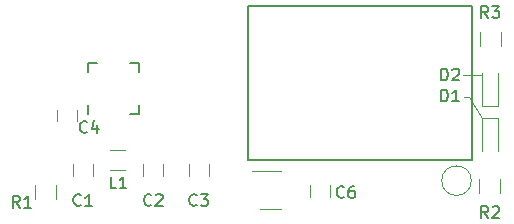
<source format=gbr>
G04 #@! TF.GenerationSoftware,KiCad,Pcbnew,(6.0.0-rc1-dev-438-g6845ac2cc-dirty)*
G04 #@! TF.CreationDate,2018-08-30T21:51:25+02:00*
G04 #@! TF.ProjectId,RapTorS,526170546F72532E6B696361645F7063,rev?*
G04 #@! TF.SameCoordinates,Original*
G04 #@! TF.FileFunction,Legend,Top*
G04 #@! TF.FilePolarity,Positive*
%FSLAX46Y46*%
G04 Gerber Fmt 4.6, Leading zero omitted, Abs format (unit mm)*
G04 Created by KiCad (PCBNEW (6.0.0-rc1-dev-438-g6845ac2cc-dirty)) date 2018 August 30, Thursday 21:51:26*
%MOMM*%
%LPD*%
G01*
G04 APERTURE LIST*
%ADD10C,0.120000*%
%ADD11C,0.150000*%
G04 APERTURE END LIST*
D10*
X180619400Y-97688400D02*
X181787800Y-97688400D01*
X180263800Y-97688400D02*
X180619400Y-97688400D01*
X180695600Y-99491800D02*
X181813200Y-101320600D01*
X180289200Y-99491800D02*
X180695600Y-99491800D01*
G04 #@! TO.C,C3*
X158685600Y-106200000D02*
X158685600Y-105200000D01*
X156985600Y-105200000D02*
X156985600Y-106200000D01*
G04 #@! TO.C,C6*
X168972600Y-108008800D02*
X168972600Y-107008800D01*
X167272600Y-107008800D02*
X167272600Y-108008800D01*
G04 #@! TO.C,C4*
X147535000Y-101582600D02*
X147535000Y-100582600D01*
X145835000Y-100582600D02*
X145835000Y-101582600D01*
G04 #@! TO.C,C2*
X154799400Y-106200000D02*
X154799400Y-105200000D01*
X153099400Y-105200000D02*
X153099400Y-106200000D01*
G04 #@! TO.C,C1*
X148881200Y-106200000D02*
X148881200Y-105200000D01*
X147181200Y-105200000D02*
X147181200Y-106200000D01*
G04 #@! TO.C,ANT1*
X180930600Y-106603800D02*
G75*
G03X180930600Y-106603800I-1251000J0D01*
G01*
D11*
G04 #@! TO.C,U3*
X162026600Y-91821000D02*
X162026600Y-104821000D01*
X162026600Y-104821000D02*
X181026600Y-104821000D01*
X181026600Y-91821000D02*
X181026600Y-104821000D01*
X162026600Y-91821000D02*
X181026600Y-91821000D01*
G04 #@! TO.C,U1*
X148487600Y-96637200D02*
X149262600Y-96637200D01*
X152787600Y-100937200D02*
X152012600Y-100937200D01*
X152787600Y-96637200D02*
X152012600Y-96637200D01*
X148487600Y-100937200D02*
X148487600Y-100162200D01*
X152787600Y-100937200D02*
X152787600Y-100162200D01*
X152787600Y-96637200D02*
X152787600Y-97412200D01*
X148487600Y-96637200D02*
X148487600Y-97412200D01*
D10*
G04 #@! TO.C,L1*
X151567400Y-105731200D02*
X150367400Y-105731200D01*
X150367400Y-103971200D02*
X151567400Y-103971200D01*
G04 #@! TO.C,D2*
X181799000Y-100326600D02*
X183199000Y-100326600D01*
X183199000Y-100326600D02*
X183199000Y-97526600D01*
X181799000Y-100326600D02*
X181799000Y-97526600D01*
G04 #@! TO.C,D1*
X183199000Y-101290800D02*
X181799000Y-101290800D01*
X181799000Y-101290800D02*
X181799000Y-104090800D01*
X183199000Y-101290800D02*
X183199000Y-104090800D01*
G04 #@! TO.C,R3*
X181669800Y-95215000D02*
X181669800Y-94015000D01*
X183429800Y-94015000D02*
X183429800Y-95215000D01*
G04 #@! TO.C,R2*
X183379000Y-106476200D02*
X183379000Y-107676200D01*
X181619000Y-107676200D02*
X181619000Y-106476200D01*
G04 #@! TO.C,R1*
X144027000Y-108143600D02*
X144027000Y-106943600D01*
X145787000Y-106943600D02*
X145787000Y-108143600D01*
G04 #@! TO.C,U2*
X163014000Y-109041800D02*
X164814000Y-109041800D01*
X164814000Y-105821800D02*
X162364000Y-105821800D01*
G04 #@! TO.C,C3*
D11*
X157668933Y-108657142D02*
X157621314Y-108704761D01*
X157478457Y-108752380D01*
X157383219Y-108752380D01*
X157240361Y-108704761D01*
X157145123Y-108609523D01*
X157097504Y-108514285D01*
X157049885Y-108323809D01*
X157049885Y-108180952D01*
X157097504Y-107990476D01*
X157145123Y-107895238D01*
X157240361Y-107800000D01*
X157383219Y-107752380D01*
X157478457Y-107752380D01*
X157621314Y-107800000D01*
X157668933Y-107847619D01*
X158002266Y-107752380D02*
X158621314Y-107752380D01*
X158287980Y-108133333D01*
X158430838Y-108133333D01*
X158526076Y-108180952D01*
X158573695Y-108228571D01*
X158621314Y-108323809D01*
X158621314Y-108561904D01*
X158573695Y-108657142D01*
X158526076Y-108704761D01*
X158430838Y-108752380D01*
X158145123Y-108752380D01*
X158049885Y-108704761D01*
X158002266Y-108657142D01*
G04 #@! TO.C,C6*
X170140333Y-107976942D02*
X170092714Y-108024561D01*
X169949857Y-108072180D01*
X169854619Y-108072180D01*
X169711761Y-108024561D01*
X169616523Y-107929323D01*
X169568904Y-107834085D01*
X169521285Y-107643609D01*
X169521285Y-107500752D01*
X169568904Y-107310276D01*
X169616523Y-107215038D01*
X169711761Y-107119800D01*
X169854619Y-107072180D01*
X169949857Y-107072180D01*
X170092714Y-107119800D01*
X170140333Y-107167419D01*
X170997476Y-107072180D02*
X170807000Y-107072180D01*
X170711761Y-107119800D01*
X170664142Y-107167419D01*
X170568904Y-107310276D01*
X170521285Y-107500752D01*
X170521285Y-107881704D01*
X170568904Y-107976942D01*
X170616523Y-108024561D01*
X170711761Y-108072180D01*
X170902238Y-108072180D01*
X170997476Y-108024561D01*
X171045095Y-107976942D01*
X171092714Y-107881704D01*
X171092714Y-107643609D01*
X171045095Y-107548371D01*
X170997476Y-107500752D01*
X170902238Y-107453133D01*
X170711761Y-107453133D01*
X170616523Y-107500752D01*
X170568904Y-107548371D01*
X170521285Y-107643609D01*
G04 #@! TO.C,C4*
X148397933Y-102465142D02*
X148350314Y-102512761D01*
X148207457Y-102560380D01*
X148112219Y-102560380D01*
X147969361Y-102512761D01*
X147874123Y-102417523D01*
X147826504Y-102322285D01*
X147778885Y-102131809D01*
X147778885Y-101988952D01*
X147826504Y-101798476D01*
X147874123Y-101703238D01*
X147969361Y-101608000D01*
X148112219Y-101560380D01*
X148207457Y-101560380D01*
X148350314Y-101608000D01*
X148397933Y-101655619D01*
X149255076Y-101893714D02*
X149255076Y-102560380D01*
X149016980Y-101512761D02*
X148778885Y-102227047D01*
X149397933Y-102227047D01*
G04 #@! TO.C,C2*
X153833533Y-108657142D02*
X153785914Y-108704761D01*
X153643057Y-108752380D01*
X153547819Y-108752380D01*
X153404961Y-108704761D01*
X153309723Y-108609523D01*
X153262104Y-108514285D01*
X153214485Y-108323809D01*
X153214485Y-108180952D01*
X153262104Y-107990476D01*
X153309723Y-107895238D01*
X153404961Y-107800000D01*
X153547819Y-107752380D01*
X153643057Y-107752380D01*
X153785914Y-107800000D01*
X153833533Y-107847619D01*
X154214485Y-107847619D02*
X154262104Y-107800000D01*
X154357342Y-107752380D01*
X154595438Y-107752380D01*
X154690676Y-107800000D01*
X154738295Y-107847619D01*
X154785914Y-107942857D01*
X154785914Y-108038095D01*
X154738295Y-108180952D01*
X154166866Y-108752380D01*
X154785914Y-108752380D01*
G04 #@! TO.C,C1*
X147864533Y-108657142D02*
X147816914Y-108704761D01*
X147674057Y-108752380D01*
X147578819Y-108752380D01*
X147435961Y-108704761D01*
X147340723Y-108609523D01*
X147293104Y-108514285D01*
X147245485Y-108323809D01*
X147245485Y-108180952D01*
X147293104Y-107990476D01*
X147340723Y-107895238D01*
X147435961Y-107800000D01*
X147578819Y-107752380D01*
X147674057Y-107752380D01*
X147816914Y-107800000D01*
X147864533Y-107847619D01*
X148816914Y-108752380D02*
X148245485Y-108752380D01*
X148531200Y-108752380D02*
X148531200Y-107752380D01*
X148435961Y-107895238D01*
X148340723Y-107990476D01*
X148245485Y-108038095D01*
G04 #@! TO.C,L1*
X150861733Y-107259380D02*
X150385542Y-107259380D01*
X150385542Y-106259380D01*
X151718876Y-107259380D02*
X151147447Y-107259380D01*
X151433161Y-107259380D02*
X151433161Y-106259380D01*
X151337923Y-106402238D01*
X151242685Y-106497476D01*
X151147447Y-106545095D01*
G04 #@! TO.C,D2*
X178382704Y-98115380D02*
X178382704Y-97115380D01*
X178620800Y-97115380D01*
X178763657Y-97163000D01*
X178858895Y-97258238D01*
X178906514Y-97353476D01*
X178954133Y-97543952D01*
X178954133Y-97686809D01*
X178906514Y-97877285D01*
X178858895Y-97972523D01*
X178763657Y-98067761D01*
X178620800Y-98115380D01*
X178382704Y-98115380D01*
X179335085Y-97210619D02*
X179382704Y-97163000D01*
X179477942Y-97115380D01*
X179716038Y-97115380D01*
X179811276Y-97163000D01*
X179858895Y-97210619D01*
X179906514Y-97305857D01*
X179906514Y-97401095D01*
X179858895Y-97543952D01*
X179287466Y-98115380D01*
X179906514Y-98115380D01*
G04 #@! TO.C,D1*
X178382704Y-99893380D02*
X178382704Y-98893380D01*
X178620800Y-98893380D01*
X178763657Y-98941000D01*
X178858895Y-99036238D01*
X178906514Y-99131476D01*
X178954133Y-99321952D01*
X178954133Y-99464809D01*
X178906514Y-99655285D01*
X178858895Y-99750523D01*
X178763657Y-99845761D01*
X178620800Y-99893380D01*
X178382704Y-99893380D01*
X179906514Y-99893380D02*
X179335085Y-99893380D01*
X179620800Y-99893380D02*
X179620800Y-98893380D01*
X179525561Y-99036238D01*
X179430323Y-99131476D01*
X179335085Y-99179095D01*
G04 #@! TO.C,R3*
X182357733Y-92832180D02*
X182024400Y-92355990D01*
X181786304Y-92832180D02*
X181786304Y-91832180D01*
X182167257Y-91832180D01*
X182262495Y-91879800D01*
X182310114Y-91927419D01*
X182357733Y-92022657D01*
X182357733Y-92165514D01*
X182310114Y-92260752D01*
X182262495Y-92308371D01*
X182167257Y-92355990D01*
X181786304Y-92355990D01*
X182691066Y-91832180D02*
X183310114Y-91832180D01*
X182976780Y-92213133D01*
X183119638Y-92213133D01*
X183214876Y-92260752D01*
X183262495Y-92308371D01*
X183310114Y-92403609D01*
X183310114Y-92641704D01*
X183262495Y-92736942D01*
X183214876Y-92784561D01*
X183119638Y-92832180D01*
X182833923Y-92832180D01*
X182738685Y-92784561D01*
X182691066Y-92736942D01*
G04 #@! TO.C,R2*
X182357733Y-109748580D02*
X182024400Y-109272390D01*
X181786304Y-109748580D02*
X181786304Y-108748580D01*
X182167257Y-108748580D01*
X182262495Y-108796200D01*
X182310114Y-108843819D01*
X182357733Y-108939057D01*
X182357733Y-109081914D01*
X182310114Y-109177152D01*
X182262495Y-109224771D01*
X182167257Y-109272390D01*
X181786304Y-109272390D01*
X182738685Y-108843819D02*
X182786304Y-108796200D01*
X182881542Y-108748580D01*
X183119638Y-108748580D01*
X183214876Y-108796200D01*
X183262495Y-108843819D01*
X183310114Y-108939057D01*
X183310114Y-109034295D01*
X183262495Y-109177152D01*
X182691066Y-109748580D01*
X183310114Y-109748580D01*
G04 #@! TO.C,R1*
X142708333Y-108884980D02*
X142375000Y-108408790D01*
X142136904Y-108884980D02*
X142136904Y-107884980D01*
X142517857Y-107884980D01*
X142613095Y-107932600D01*
X142660714Y-107980219D01*
X142708333Y-108075457D01*
X142708333Y-108218314D01*
X142660714Y-108313552D01*
X142613095Y-108361171D01*
X142517857Y-108408790D01*
X142136904Y-108408790D01*
X143660714Y-108884980D02*
X143089285Y-108884980D01*
X143375000Y-108884980D02*
X143375000Y-107884980D01*
X143279761Y-108027838D01*
X143184523Y-108123076D01*
X143089285Y-108170695D01*
G04 #@! TD*
M02*

</source>
